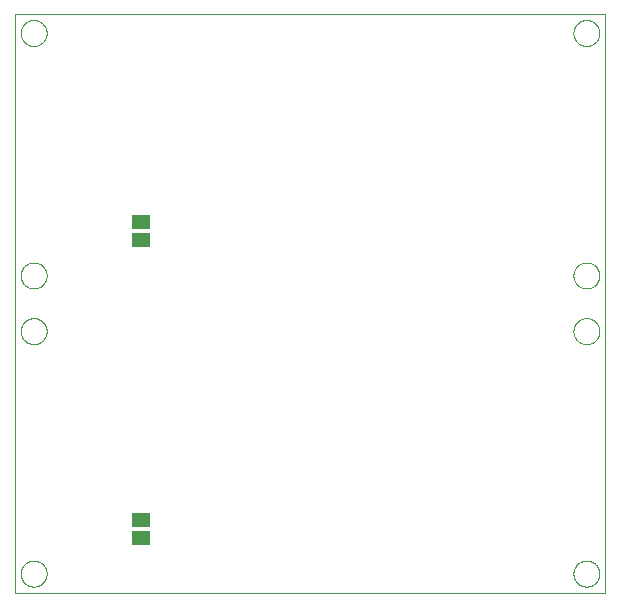
<source format=gtp>
G75*
%MOIN*%
%OFA0B0*%
%FSLAX25Y25*%
%IPPOS*%
%LPD*%
%AMOC8*
5,1,8,0,0,1.08239X$1,22.5*
%
%ADD10C,0.00000*%
%ADD11R,0.06300X0.04600*%
D10*
X0024350Y0035363D02*
X0024350Y0228167D01*
X0221200Y0228167D01*
X0221200Y0035363D01*
X0024350Y0035363D01*
X0026318Y0041663D02*
X0026320Y0041794D01*
X0026326Y0041926D01*
X0026336Y0042057D01*
X0026350Y0042188D01*
X0026368Y0042318D01*
X0026390Y0042447D01*
X0026415Y0042576D01*
X0026445Y0042704D01*
X0026479Y0042831D01*
X0026516Y0042958D01*
X0026557Y0043082D01*
X0026602Y0043206D01*
X0026651Y0043328D01*
X0026703Y0043449D01*
X0026759Y0043567D01*
X0026819Y0043685D01*
X0026882Y0043800D01*
X0026949Y0043913D01*
X0027019Y0044025D01*
X0027092Y0044134D01*
X0027168Y0044240D01*
X0027248Y0044345D01*
X0027331Y0044447D01*
X0027417Y0044546D01*
X0027506Y0044643D01*
X0027598Y0044737D01*
X0027693Y0044828D01*
X0027790Y0044917D01*
X0027890Y0045002D01*
X0027993Y0045084D01*
X0028098Y0045163D01*
X0028205Y0045239D01*
X0028315Y0045311D01*
X0028427Y0045380D01*
X0028541Y0045446D01*
X0028656Y0045508D01*
X0028774Y0045567D01*
X0028893Y0045622D01*
X0029014Y0045674D01*
X0029137Y0045721D01*
X0029261Y0045765D01*
X0029386Y0045806D01*
X0029512Y0045842D01*
X0029640Y0045875D01*
X0029768Y0045903D01*
X0029897Y0045928D01*
X0030027Y0045949D01*
X0030157Y0045966D01*
X0030288Y0045979D01*
X0030419Y0045988D01*
X0030550Y0045993D01*
X0030682Y0045994D01*
X0030813Y0045991D01*
X0030945Y0045984D01*
X0031076Y0045973D01*
X0031206Y0045958D01*
X0031336Y0045939D01*
X0031466Y0045916D01*
X0031594Y0045890D01*
X0031722Y0045859D01*
X0031849Y0045824D01*
X0031975Y0045786D01*
X0032099Y0045744D01*
X0032223Y0045698D01*
X0032344Y0045648D01*
X0032464Y0045595D01*
X0032583Y0045538D01*
X0032700Y0045478D01*
X0032814Y0045414D01*
X0032927Y0045346D01*
X0033038Y0045275D01*
X0033147Y0045201D01*
X0033253Y0045124D01*
X0033357Y0045043D01*
X0033458Y0044960D01*
X0033557Y0044873D01*
X0033653Y0044783D01*
X0033746Y0044690D01*
X0033837Y0044595D01*
X0033924Y0044497D01*
X0034009Y0044396D01*
X0034090Y0044293D01*
X0034168Y0044187D01*
X0034243Y0044079D01*
X0034315Y0043969D01*
X0034383Y0043857D01*
X0034448Y0043743D01*
X0034509Y0043626D01*
X0034567Y0043508D01*
X0034621Y0043388D01*
X0034672Y0043267D01*
X0034719Y0043144D01*
X0034762Y0043020D01*
X0034801Y0042895D01*
X0034837Y0042768D01*
X0034868Y0042640D01*
X0034896Y0042512D01*
X0034920Y0042383D01*
X0034940Y0042253D01*
X0034956Y0042122D01*
X0034968Y0041991D01*
X0034976Y0041860D01*
X0034980Y0041729D01*
X0034980Y0041597D01*
X0034976Y0041466D01*
X0034968Y0041335D01*
X0034956Y0041204D01*
X0034940Y0041073D01*
X0034920Y0040943D01*
X0034896Y0040814D01*
X0034868Y0040686D01*
X0034837Y0040558D01*
X0034801Y0040431D01*
X0034762Y0040306D01*
X0034719Y0040182D01*
X0034672Y0040059D01*
X0034621Y0039938D01*
X0034567Y0039818D01*
X0034509Y0039700D01*
X0034448Y0039583D01*
X0034383Y0039469D01*
X0034315Y0039357D01*
X0034243Y0039247D01*
X0034168Y0039139D01*
X0034090Y0039033D01*
X0034009Y0038930D01*
X0033924Y0038829D01*
X0033837Y0038731D01*
X0033746Y0038636D01*
X0033653Y0038543D01*
X0033557Y0038453D01*
X0033458Y0038366D01*
X0033357Y0038283D01*
X0033253Y0038202D01*
X0033147Y0038125D01*
X0033038Y0038051D01*
X0032927Y0037980D01*
X0032815Y0037912D01*
X0032700Y0037848D01*
X0032583Y0037788D01*
X0032464Y0037731D01*
X0032344Y0037678D01*
X0032223Y0037628D01*
X0032099Y0037582D01*
X0031975Y0037540D01*
X0031849Y0037502D01*
X0031722Y0037467D01*
X0031594Y0037436D01*
X0031466Y0037410D01*
X0031336Y0037387D01*
X0031206Y0037368D01*
X0031076Y0037353D01*
X0030945Y0037342D01*
X0030813Y0037335D01*
X0030682Y0037332D01*
X0030550Y0037333D01*
X0030419Y0037338D01*
X0030288Y0037347D01*
X0030157Y0037360D01*
X0030027Y0037377D01*
X0029897Y0037398D01*
X0029768Y0037423D01*
X0029640Y0037451D01*
X0029512Y0037484D01*
X0029386Y0037520D01*
X0029261Y0037561D01*
X0029137Y0037605D01*
X0029014Y0037652D01*
X0028893Y0037704D01*
X0028774Y0037759D01*
X0028656Y0037818D01*
X0028541Y0037880D01*
X0028427Y0037946D01*
X0028315Y0038015D01*
X0028205Y0038087D01*
X0028098Y0038163D01*
X0027993Y0038242D01*
X0027890Y0038324D01*
X0027790Y0038409D01*
X0027693Y0038498D01*
X0027598Y0038589D01*
X0027506Y0038683D01*
X0027417Y0038780D01*
X0027331Y0038879D01*
X0027248Y0038981D01*
X0027168Y0039086D01*
X0027092Y0039192D01*
X0027019Y0039301D01*
X0026949Y0039413D01*
X0026882Y0039526D01*
X0026819Y0039641D01*
X0026759Y0039759D01*
X0026703Y0039877D01*
X0026651Y0039998D01*
X0026602Y0040120D01*
X0026557Y0040244D01*
X0026516Y0040368D01*
X0026479Y0040495D01*
X0026445Y0040622D01*
X0026415Y0040750D01*
X0026390Y0040879D01*
X0026368Y0041008D01*
X0026350Y0041138D01*
X0026336Y0041269D01*
X0026326Y0041400D01*
X0026320Y0041532D01*
X0026318Y0041663D01*
X0026318Y0122489D02*
X0026320Y0122620D01*
X0026326Y0122752D01*
X0026336Y0122883D01*
X0026350Y0123014D01*
X0026368Y0123144D01*
X0026390Y0123273D01*
X0026415Y0123402D01*
X0026445Y0123530D01*
X0026479Y0123657D01*
X0026516Y0123784D01*
X0026557Y0123908D01*
X0026602Y0124032D01*
X0026651Y0124154D01*
X0026703Y0124275D01*
X0026759Y0124393D01*
X0026819Y0124511D01*
X0026882Y0124626D01*
X0026949Y0124739D01*
X0027019Y0124851D01*
X0027092Y0124960D01*
X0027168Y0125066D01*
X0027248Y0125171D01*
X0027331Y0125273D01*
X0027417Y0125372D01*
X0027506Y0125469D01*
X0027598Y0125563D01*
X0027693Y0125654D01*
X0027790Y0125743D01*
X0027890Y0125828D01*
X0027993Y0125910D01*
X0028098Y0125989D01*
X0028205Y0126065D01*
X0028315Y0126137D01*
X0028427Y0126206D01*
X0028541Y0126272D01*
X0028656Y0126334D01*
X0028774Y0126393D01*
X0028893Y0126448D01*
X0029014Y0126500D01*
X0029137Y0126547D01*
X0029261Y0126591D01*
X0029386Y0126632D01*
X0029512Y0126668D01*
X0029640Y0126701D01*
X0029768Y0126729D01*
X0029897Y0126754D01*
X0030027Y0126775D01*
X0030157Y0126792D01*
X0030288Y0126805D01*
X0030419Y0126814D01*
X0030550Y0126819D01*
X0030682Y0126820D01*
X0030813Y0126817D01*
X0030945Y0126810D01*
X0031076Y0126799D01*
X0031206Y0126784D01*
X0031336Y0126765D01*
X0031466Y0126742D01*
X0031594Y0126716D01*
X0031722Y0126685D01*
X0031849Y0126650D01*
X0031975Y0126612D01*
X0032099Y0126570D01*
X0032223Y0126524D01*
X0032344Y0126474D01*
X0032464Y0126421D01*
X0032583Y0126364D01*
X0032700Y0126304D01*
X0032814Y0126240D01*
X0032927Y0126172D01*
X0033038Y0126101D01*
X0033147Y0126027D01*
X0033253Y0125950D01*
X0033357Y0125869D01*
X0033458Y0125786D01*
X0033557Y0125699D01*
X0033653Y0125609D01*
X0033746Y0125516D01*
X0033837Y0125421D01*
X0033924Y0125323D01*
X0034009Y0125222D01*
X0034090Y0125119D01*
X0034168Y0125013D01*
X0034243Y0124905D01*
X0034315Y0124795D01*
X0034383Y0124683D01*
X0034448Y0124569D01*
X0034509Y0124452D01*
X0034567Y0124334D01*
X0034621Y0124214D01*
X0034672Y0124093D01*
X0034719Y0123970D01*
X0034762Y0123846D01*
X0034801Y0123721D01*
X0034837Y0123594D01*
X0034868Y0123466D01*
X0034896Y0123338D01*
X0034920Y0123209D01*
X0034940Y0123079D01*
X0034956Y0122948D01*
X0034968Y0122817D01*
X0034976Y0122686D01*
X0034980Y0122555D01*
X0034980Y0122423D01*
X0034976Y0122292D01*
X0034968Y0122161D01*
X0034956Y0122030D01*
X0034940Y0121899D01*
X0034920Y0121769D01*
X0034896Y0121640D01*
X0034868Y0121512D01*
X0034837Y0121384D01*
X0034801Y0121257D01*
X0034762Y0121132D01*
X0034719Y0121008D01*
X0034672Y0120885D01*
X0034621Y0120764D01*
X0034567Y0120644D01*
X0034509Y0120526D01*
X0034448Y0120409D01*
X0034383Y0120295D01*
X0034315Y0120183D01*
X0034243Y0120073D01*
X0034168Y0119965D01*
X0034090Y0119859D01*
X0034009Y0119756D01*
X0033924Y0119655D01*
X0033837Y0119557D01*
X0033746Y0119462D01*
X0033653Y0119369D01*
X0033557Y0119279D01*
X0033458Y0119192D01*
X0033357Y0119109D01*
X0033253Y0119028D01*
X0033147Y0118951D01*
X0033038Y0118877D01*
X0032927Y0118806D01*
X0032815Y0118738D01*
X0032700Y0118674D01*
X0032583Y0118614D01*
X0032464Y0118557D01*
X0032344Y0118504D01*
X0032223Y0118454D01*
X0032099Y0118408D01*
X0031975Y0118366D01*
X0031849Y0118328D01*
X0031722Y0118293D01*
X0031594Y0118262D01*
X0031466Y0118236D01*
X0031336Y0118213D01*
X0031206Y0118194D01*
X0031076Y0118179D01*
X0030945Y0118168D01*
X0030813Y0118161D01*
X0030682Y0118158D01*
X0030550Y0118159D01*
X0030419Y0118164D01*
X0030288Y0118173D01*
X0030157Y0118186D01*
X0030027Y0118203D01*
X0029897Y0118224D01*
X0029768Y0118249D01*
X0029640Y0118277D01*
X0029512Y0118310D01*
X0029386Y0118346D01*
X0029261Y0118387D01*
X0029137Y0118431D01*
X0029014Y0118478D01*
X0028893Y0118530D01*
X0028774Y0118585D01*
X0028656Y0118644D01*
X0028541Y0118706D01*
X0028427Y0118772D01*
X0028315Y0118841D01*
X0028205Y0118913D01*
X0028098Y0118989D01*
X0027993Y0119068D01*
X0027890Y0119150D01*
X0027790Y0119235D01*
X0027693Y0119324D01*
X0027598Y0119415D01*
X0027506Y0119509D01*
X0027417Y0119606D01*
X0027331Y0119705D01*
X0027248Y0119807D01*
X0027168Y0119912D01*
X0027092Y0120018D01*
X0027019Y0120127D01*
X0026949Y0120239D01*
X0026882Y0120352D01*
X0026819Y0120467D01*
X0026759Y0120585D01*
X0026703Y0120703D01*
X0026651Y0120824D01*
X0026602Y0120946D01*
X0026557Y0121070D01*
X0026516Y0121194D01*
X0026479Y0121321D01*
X0026445Y0121448D01*
X0026415Y0121576D01*
X0026390Y0121705D01*
X0026368Y0121834D01*
X0026350Y0121964D01*
X0026336Y0122095D01*
X0026326Y0122226D01*
X0026320Y0122358D01*
X0026318Y0122489D01*
X0026318Y0141041D02*
X0026320Y0141172D01*
X0026326Y0141304D01*
X0026336Y0141435D01*
X0026350Y0141566D01*
X0026368Y0141696D01*
X0026390Y0141825D01*
X0026415Y0141954D01*
X0026445Y0142082D01*
X0026479Y0142209D01*
X0026516Y0142336D01*
X0026557Y0142460D01*
X0026602Y0142584D01*
X0026651Y0142706D01*
X0026703Y0142827D01*
X0026759Y0142945D01*
X0026819Y0143063D01*
X0026882Y0143178D01*
X0026949Y0143291D01*
X0027019Y0143403D01*
X0027092Y0143512D01*
X0027168Y0143618D01*
X0027248Y0143723D01*
X0027331Y0143825D01*
X0027417Y0143924D01*
X0027506Y0144021D01*
X0027598Y0144115D01*
X0027693Y0144206D01*
X0027790Y0144295D01*
X0027890Y0144380D01*
X0027993Y0144462D01*
X0028098Y0144541D01*
X0028205Y0144617D01*
X0028315Y0144689D01*
X0028427Y0144758D01*
X0028541Y0144824D01*
X0028656Y0144886D01*
X0028774Y0144945D01*
X0028893Y0145000D01*
X0029014Y0145052D01*
X0029137Y0145099D01*
X0029261Y0145143D01*
X0029386Y0145184D01*
X0029512Y0145220D01*
X0029640Y0145253D01*
X0029768Y0145281D01*
X0029897Y0145306D01*
X0030027Y0145327D01*
X0030157Y0145344D01*
X0030288Y0145357D01*
X0030419Y0145366D01*
X0030550Y0145371D01*
X0030682Y0145372D01*
X0030813Y0145369D01*
X0030945Y0145362D01*
X0031076Y0145351D01*
X0031206Y0145336D01*
X0031336Y0145317D01*
X0031466Y0145294D01*
X0031594Y0145268D01*
X0031722Y0145237D01*
X0031849Y0145202D01*
X0031975Y0145164D01*
X0032099Y0145122D01*
X0032223Y0145076D01*
X0032344Y0145026D01*
X0032464Y0144973D01*
X0032583Y0144916D01*
X0032700Y0144856D01*
X0032814Y0144792D01*
X0032927Y0144724D01*
X0033038Y0144653D01*
X0033147Y0144579D01*
X0033253Y0144502D01*
X0033357Y0144421D01*
X0033458Y0144338D01*
X0033557Y0144251D01*
X0033653Y0144161D01*
X0033746Y0144068D01*
X0033837Y0143973D01*
X0033924Y0143875D01*
X0034009Y0143774D01*
X0034090Y0143671D01*
X0034168Y0143565D01*
X0034243Y0143457D01*
X0034315Y0143347D01*
X0034383Y0143235D01*
X0034448Y0143121D01*
X0034509Y0143004D01*
X0034567Y0142886D01*
X0034621Y0142766D01*
X0034672Y0142645D01*
X0034719Y0142522D01*
X0034762Y0142398D01*
X0034801Y0142273D01*
X0034837Y0142146D01*
X0034868Y0142018D01*
X0034896Y0141890D01*
X0034920Y0141761D01*
X0034940Y0141631D01*
X0034956Y0141500D01*
X0034968Y0141369D01*
X0034976Y0141238D01*
X0034980Y0141107D01*
X0034980Y0140975D01*
X0034976Y0140844D01*
X0034968Y0140713D01*
X0034956Y0140582D01*
X0034940Y0140451D01*
X0034920Y0140321D01*
X0034896Y0140192D01*
X0034868Y0140064D01*
X0034837Y0139936D01*
X0034801Y0139809D01*
X0034762Y0139684D01*
X0034719Y0139560D01*
X0034672Y0139437D01*
X0034621Y0139316D01*
X0034567Y0139196D01*
X0034509Y0139078D01*
X0034448Y0138961D01*
X0034383Y0138847D01*
X0034315Y0138735D01*
X0034243Y0138625D01*
X0034168Y0138517D01*
X0034090Y0138411D01*
X0034009Y0138308D01*
X0033924Y0138207D01*
X0033837Y0138109D01*
X0033746Y0138014D01*
X0033653Y0137921D01*
X0033557Y0137831D01*
X0033458Y0137744D01*
X0033357Y0137661D01*
X0033253Y0137580D01*
X0033147Y0137503D01*
X0033038Y0137429D01*
X0032927Y0137358D01*
X0032815Y0137290D01*
X0032700Y0137226D01*
X0032583Y0137166D01*
X0032464Y0137109D01*
X0032344Y0137056D01*
X0032223Y0137006D01*
X0032099Y0136960D01*
X0031975Y0136918D01*
X0031849Y0136880D01*
X0031722Y0136845D01*
X0031594Y0136814D01*
X0031466Y0136788D01*
X0031336Y0136765D01*
X0031206Y0136746D01*
X0031076Y0136731D01*
X0030945Y0136720D01*
X0030813Y0136713D01*
X0030682Y0136710D01*
X0030550Y0136711D01*
X0030419Y0136716D01*
X0030288Y0136725D01*
X0030157Y0136738D01*
X0030027Y0136755D01*
X0029897Y0136776D01*
X0029768Y0136801D01*
X0029640Y0136829D01*
X0029512Y0136862D01*
X0029386Y0136898D01*
X0029261Y0136939D01*
X0029137Y0136983D01*
X0029014Y0137030D01*
X0028893Y0137082D01*
X0028774Y0137137D01*
X0028656Y0137196D01*
X0028541Y0137258D01*
X0028427Y0137324D01*
X0028315Y0137393D01*
X0028205Y0137465D01*
X0028098Y0137541D01*
X0027993Y0137620D01*
X0027890Y0137702D01*
X0027790Y0137787D01*
X0027693Y0137876D01*
X0027598Y0137967D01*
X0027506Y0138061D01*
X0027417Y0138158D01*
X0027331Y0138257D01*
X0027248Y0138359D01*
X0027168Y0138464D01*
X0027092Y0138570D01*
X0027019Y0138679D01*
X0026949Y0138791D01*
X0026882Y0138904D01*
X0026819Y0139019D01*
X0026759Y0139137D01*
X0026703Y0139255D01*
X0026651Y0139376D01*
X0026602Y0139498D01*
X0026557Y0139622D01*
X0026516Y0139746D01*
X0026479Y0139873D01*
X0026445Y0140000D01*
X0026415Y0140128D01*
X0026390Y0140257D01*
X0026368Y0140386D01*
X0026350Y0140516D01*
X0026336Y0140647D01*
X0026326Y0140778D01*
X0026320Y0140910D01*
X0026318Y0141041D01*
X0026318Y0221867D02*
X0026320Y0221998D01*
X0026326Y0222130D01*
X0026336Y0222261D01*
X0026350Y0222392D01*
X0026368Y0222522D01*
X0026390Y0222651D01*
X0026415Y0222780D01*
X0026445Y0222908D01*
X0026479Y0223035D01*
X0026516Y0223162D01*
X0026557Y0223286D01*
X0026602Y0223410D01*
X0026651Y0223532D01*
X0026703Y0223653D01*
X0026759Y0223771D01*
X0026819Y0223889D01*
X0026882Y0224004D01*
X0026949Y0224117D01*
X0027019Y0224229D01*
X0027092Y0224338D01*
X0027168Y0224444D01*
X0027248Y0224549D01*
X0027331Y0224651D01*
X0027417Y0224750D01*
X0027506Y0224847D01*
X0027598Y0224941D01*
X0027693Y0225032D01*
X0027790Y0225121D01*
X0027890Y0225206D01*
X0027993Y0225288D01*
X0028098Y0225367D01*
X0028205Y0225443D01*
X0028315Y0225515D01*
X0028427Y0225584D01*
X0028541Y0225650D01*
X0028656Y0225712D01*
X0028774Y0225771D01*
X0028893Y0225826D01*
X0029014Y0225878D01*
X0029137Y0225925D01*
X0029261Y0225969D01*
X0029386Y0226010D01*
X0029512Y0226046D01*
X0029640Y0226079D01*
X0029768Y0226107D01*
X0029897Y0226132D01*
X0030027Y0226153D01*
X0030157Y0226170D01*
X0030288Y0226183D01*
X0030419Y0226192D01*
X0030550Y0226197D01*
X0030682Y0226198D01*
X0030813Y0226195D01*
X0030945Y0226188D01*
X0031076Y0226177D01*
X0031206Y0226162D01*
X0031336Y0226143D01*
X0031466Y0226120D01*
X0031594Y0226094D01*
X0031722Y0226063D01*
X0031849Y0226028D01*
X0031975Y0225990D01*
X0032099Y0225948D01*
X0032223Y0225902D01*
X0032344Y0225852D01*
X0032464Y0225799D01*
X0032583Y0225742D01*
X0032700Y0225682D01*
X0032814Y0225618D01*
X0032927Y0225550D01*
X0033038Y0225479D01*
X0033147Y0225405D01*
X0033253Y0225328D01*
X0033357Y0225247D01*
X0033458Y0225164D01*
X0033557Y0225077D01*
X0033653Y0224987D01*
X0033746Y0224894D01*
X0033837Y0224799D01*
X0033924Y0224701D01*
X0034009Y0224600D01*
X0034090Y0224497D01*
X0034168Y0224391D01*
X0034243Y0224283D01*
X0034315Y0224173D01*
X0034383Y0224061D01*
X0034448Y0223947D01*
X0034509Y0223830D01*
X0034567Y0223712D01*
X0034621Y0223592D01*
X0034672Y0223471D01*
X0034719Y0223348D01*
X0034762Y0223224D01*
X0034801Y0223099D01*
X0034837Y0222972D01*
X0034868Y0222844D01*
X0034896Y0222716D01*
X0034920Y0222587D01*
X0034940Y0222457D01*
X0034956Y0222326D01*
X0034968Y0222195D01*
X0034976Y0222064D01*
X0034980Y0221933D01*
X0034980Y0221801D01*
X0034976Y0221670D01*
X0034968Y0221539D01*
X0034956Y0221408D01*
X0034940Y0221277D01*
X0034920Y0221147D01*
X0034896Y0221018D01*
X0034868Y0220890D01*
X0034837Y0220762D01*
X0034801Y0220635D01*
X0034762Y0220510D01*
X0034719Y0220386D01*
X0034672Y0220263D01*
X0034621Y0220142D01*
X0034567Y0220022D01*
X0034509Y0219904D01*
X0034448Y0219787D01*
X0034383Y0219673D01*
X0034315Y0219561D01*
X0034243Y0219451D01*
X0034168Y0219343D01*
X0034090Y0219237D01*
X0034009Y0219134D01*
X0033924Y0219033D01*
X0033837Y0218935D01*
X0033746Y0218840D01*
X0033653Y0218747D01*
X0033557Y0218657D01*
X0033458Y0218570D01*
X0033357Y0218487D01*
X0033253Y0218406D01*
X0033147Y0218329D01*
X0033038Y0218255D01*
X0032927Y0218184D01*
X0032815Y0218116D01*
X0032700Y0218052D01*
X0032583Y0217992D01*
X0032464Y0217935D01*
X0032344Y0217882D01*
X0032223Y0217832D01*
X0032099Y0217786D01*
X0031975Y0217744D01*
X0031849Y0217706D01*
X0031722Y0217671D01*
X0031594Y0217640D01*
X0031466Y0217614D01*
X0031336Y0217591D01*
X0031206Y0217572D01*
X0031076Y0217557D01*
X0030945Y0217546D01*
X0030813Y0217539D01*
X0030682Y0217536D01*
X0030550Y0217537D01*
X0030419Y0217542D01*
X0030288Y0217551D01*
X0030157Y0217564D01*
X0030027Y0217581D01*
X0029897Y0217602D01*
X0029768Y0217627D01*
X0029640Y0217655D01*
X0029512Y0217688D01*
X0029386Y0217724D01*
X0029261Y0217765D01*
X0029137Y0217809D01*
X0029014Y0217856D01*
X0028893Y0217908D01*
X0028774Y0217963D01*
X0028656Y0218022D01*
X0028541Y0218084D01*
X0028427Y0218150D01*
X0028315Y0218219D01*
X0028205Y0218291D01*
X0028098Y0218367D01*
X0027993Y0218446D01*
X0027890Y0218528D01*
X0027790Y0218613D01*
X0027693Y0218702D01*
X0027598Y0218793D01*
X0027506Y0218887D01*
X0027417Y0218984D01*
X0027331Y0219083D01*
X0027248Y0219185D01*
X0027168Y0219290D01*
X0027092Y0219396D01*
X0027019Y0219505D01*
X0026949Y0219617D01*
X0026882Y0219730D01*
X0026819Y0219845D01*
X0026759Y0219963D01*
X0026703Y0220081D01*
X0026651Y0220202D01*
X0026602Y0220324D01*
X0026557Y0220448D01*
X0026516Y0220572D01*
X0026479Y0220699D01*
X0026445Y0220826D01*
X0026415Y0220954D01*
X0026390Y0221083D01*
X0026368Y0221212D01*
X0026350Y0221342D01*
X0026336Y0221473D01*
X0026326Y0221604D01*
X0026320Y0221736D01*
X0026318Y0221867D01*
X0210570Y0221867D02*
X0210572Y0221998D01*
X0210578Y0222130D01*
X0210588Y0222261D01*
X0210602Y0222392D01*
X0210620Y0222522D01*
X0210642Y0222651D01*
X0210667Y0222780D01*
X0210697Y0222908D01*
X0210731Y0223035D01*
X0210768Y0223162D01*
X0210809Y0223286D01*
X0210854Y0223410D01*
X0210903Y0223532D01*
X0210955Y0223653D01*
X0211011Y0223771D01*
X0211071Y0223889D01*
X0211134Y0224004D01*
X0211201Y0224117D01*
X0211271Y0224229D01*
X0211344Y0224338D01*
X0211420Y0224444D01*
X0211500Y0224549D01*
X0211583Y0224651D01*
X0211669Y0224750D01*
X0211758Y0224847D01*
X0211850Y0224941D01*
X0211945Y0225032D01*
X0212042Y0225121D01*
X0212142Y0225206D01*
X0212245Y0225288D01*
X0212350Y0225367D01*
X0212457Y0225443D01*
X0212567Y0225515D01*
X0212679Y0225584D01*
X0212793Y0225650D01*
X0212908Y0225712D01*
X0213026Y0225771D01*
X0213145Y0225826D01*
X0213266Y0225878D01*
X0213389Y0225925D01*
X0213513Y0225969D01*
X0213638Y0226010D01*
X0213764Y0226046D01*
X0213892Y0226079D01*
X0214020Y0226107D01*
X0214149Y0226132D01*
X0214279Y0226153D01*
X0214409Y0226170D01*
X0214540Y0226183D01*
X0214671Y0226192D01*
X0214802Y0226197D01*
X0214934Y0226198D01*
X0215065Y0226195D01*
X0215197Y0226188D01*
X0215328Y0226177D01*
X0215458Y0226162D01*
X0215588Y0226143D01*
X0215718Y0226120D01*
X0215846Y0226094D01*
X0215974Y0226063D01*
X0216101Y0226028D01*
X0216227Y0225990D01*
X0216351Y0225948D01*
X0216475Y0225902D01*
X0216596Y0225852D01*
X0216716Y0225799D01*
X0216835Y0225742D01*
X0216952Y0225682D01*
X0217066Y0225618D01*
X0217179Y0225550D01*
X0217290Y0225479D01*
X0217399Y0225405D01*
X0217505Y0225328D01*
X0217609Y0225247D01*
X0217710Y0225164D01*
X0217809Y0225077D01*
X0217905Y0224987D01*
X0217998Y0224894D01*
X0218089Y0224799D01*
X0218176Y0224701D01*
X0218261Y0224600D01*
X0218342Y0224497D01*
X0218420Y0224391D01*
X0218495Y0224283D01*
X0218567Y0224173D01*
X0218635Y0224061D01*
X0218700Y0223947D01*
X0218761Y0223830D01*
X0218819Y0223712D01*
X0218873Y0223592D01*
X0218924Y0223471D01*
X0218971Y0223348D01*
X0219014Y0223224D01*
X0219053Y0223099D01*
X0219089Y0222972D01*
X0219120Y0222844D01*
X0219148Y0222716D01*
X0219172Y0222587D01*
X0219192Y0222457D01*
X0219208Y0222326D01*
X0219220Y0222195D01*
X0219228Y0222064D01*
X0219232Y0221933D01*
X0219232Y0221801D01*
X0219228Y0221670D01*
X0219220Y0221539D01*
X0219208Y0221408D01*
X0219192Y0221277D01*
X0219172Y0221147D01*
X0219148Y0221018D01*
X0219120Y0220890D01*
X0219089Y0220762D01*
X0219053Y0220635D01*
X0219014Y0220510D01*
X0218971Y0220386D01*
X0218924Y0220263D01*
X0218873Y0220142D01*
X0218819Y0220022D01*
X0218761Y0219904D01*
X0218700Y0219787D01*
X0218635Y0219673D01*
X0218567Y0219561D01*
X0218495Y0219451D01*
X0218420Y0219343D01*
X0218342Y0219237D01*
X0218261Y0219134D01*
X0218176Y0219033D01*
X0218089Y0218935D01*
X0217998Y0218840D01*
X0217905Y0218747D01*
X0217809Y0218657D01*
X0217710Y0218570D01*
X0217609Y0218487D01*
X0217505Y0218406D01*
X0217399Y0218329D01*
X0217290Y0218255D01*
X0217179Y0218184D01*
X0217067Y0218116D01*
X0216952Y0218052D01*
X0216835Y0217992D01*
X0216716Y0217935D01*
X0216596Y0217882D01*
X0216475Y0217832D01*
X0216351Y0217786D01*
X0216227Y0217744D01*
X0216101Y0217706D01*
X0215974Y0217671D01*
X0215846Y0217640D01*
X0215718Y0217614D01*
X0215588Y0217591D01*
X0215458Y0217572D01*
X0215328Y0217557D01*
X0215197Y0217546D01*
X0215065Y0217539D01*
X0214934Y0217536D01*
X0214802Y0217537D01*
X0214671Y0217542D01*
X0214540Y0217551D01*
X0214409Y0217564D01*
X0214279Y0217581D01*
X0214149Y0217602D01*
X0214020Y0217627D01*
X0213892Y0217655D01*
X0213764Y0217688D01*
X0213638Y0217724D01*
X0213513Y0217765D01*
X0213389Y0217809D01*
X0213266Y0217856D01*
X0213145Y0217908D01*
X0213026Y0217963D01*
X0212908Y0218022D01*
X0212793Y0218084D01*
X0212679Y0218150D01*
X0212567Y0218219D01*
X0212457Y0218291D01*
X0212350Y0218367D01*
X0212245Y0218446D01*
X0212142Y0218528D01*
X0212042Y0218613D01*
X0211945Y0218702D01*
X0211850Y0218793D01*
X0211758Y0218887D01*
X0211669Y0218984D01*
X0211583Y0219083D01*
X0211500Y0219185D01*
X0211420Y0219290D01*
X0211344Y0219396D01*
X0211271Y0219505D01*
X0211201Y0219617D01*
X0211134Y0219730D01*
X0211071Y0219845D01*
X0211011Y0219963D01*
X0210955Y0220081D01*
X0210903Y0220202D01*
X0210854Y0220324D01*
X0210809Y0220448D01*
X0210768Y0220572D01*
X0210731Y0220699D01*
X0210697Y0220826D01*
X0210667Y0220954D01*
X0210642Y0221083D01*
X0210620Y0221212D01*
X0210602Y0221342D01*
X0210588Y0221473D01*
X0210578Y0221604D01*
X0210572Y0221736D01*
X0210570Y0221867D01*
X0210570Y0141041D02*
X0210572Y0141172D01*
X0210578Y0141304D01*
X0210588Y0141435D01*
X0210602Y0141566D01*
X0210620Y0141696D01*
X0210642Y0141825D01*
X0210667Y0141954D01*
X0210697Y0142082D01*
X0210731Y0142209D01*
X0210768Y0142336D01*
X0210809Y0142460D01*
X0210854Y0142584D01*
X0210903Y0142706D01*
X0210955Y0142827D01*
X0211011Y0142945D01*
X0211071Y0143063D01*
X0211134Y0143178D01*
X0211201Y0143291D01*
X0211271Y0143403D01*
X0211344Y0143512D01*
X0211420Y0143618D01*
X0211500Y0143723D01*
X0211583Y0143825D01*
X0211669Y0143924D01*
X0211758Y0144021D01*
X0211850Y0144115D01*
X0211945Y0144206D01*
X0212042Y0144295D01*
X0212142Y0144380D01*
X0212245Y0144462D01*
X0212350Y0144541D01*
X0212457Y0144617D01*
X0212567Y0144689D01*
X0212679Y0144758D01*
X0212793Y0144824D01*
X0212908Y0144886D01*
X0213026Y0144945D01*
X0213145Y0145000D01*
X0213266Y0145052D01*
X0213389Y0145099D01*
X0213513Y0145143D01*
X0213638Y0145184D01*
X0213764Y0145220D01*
X0213892Y0145253D01*
X0214020Y0145281D01*
X0214149Y0145306D01*
X0214279Y0145327D01*
X0214409Y0145344D01*
X0214540Y0145357D01*
X0214671Y0145366D01*
X0214802Y0145371D01*
X0214934Y0145372D01*
X0215065Y0145369D01*
X0215197Y0145362D01*
X0215328Y0145351D01*
X0215458Y0145336D01*
X0215588Y0145317D01*
X0215718Y0145294D01*
X0215846Y0145268D01*
X0215974Y0145237D01*
X0216101Y0145202D01*
X0216227Y0145164D01*
X0216351Y0145122D01*
X0216475Y0145076D01*
X0216596Y0145026D01*
X0216716Y0144973D01*
X0216835Y0144916D01*
X0216952Y0144856D01*
X0217066Y0144792D01*
X0217179Y0144724D01*
X0217290Y0144653D01*
X0217399Y0144579D01*
X0217505Y0144502D01*
X0217609Y0144421D01*
X0217710Y0144338D01*
X0217809Y0144251D01*
X0217905Y0144161D01*
X0217998Y0144068D01*
X0218089Y0143973D01*
X0218176Y0143875D01*
X0218261Y0143774D01*
X0218342Y0143671D01*
X0218420Y0143565D01*
X0218495Y0143457D01*
X0218567Y0143347D01*
X0218635Y0143235D01*
X0218700Y0143121D01*
X0218761Y0143004D01*
X0218819Y0142886D01*
X0218873Y0142766D01*
X0218924Y0142645D01*
X0218971Y0142522D01*
X0219014Y0142398D01*
X0219053Y0142273D01*
X0219089Y0142146D01*
X0219120Y0142018D01*
X0219148Y0141890D01*
X0219172Y0141761D01*
X0219192Y0141631D01*
X0219208Y0141500D01*
X0219220Y0141369D01*
X0219228Y0141238D01*
X0219232Y0141107D01*
X0219232Y0140975D01*
X0219228Y0140844D01*
X0219220Y0140713D01*
X0219208Y0140582D01*
X0219192Y0140451D01*
X0219172Y0140321D01*
X0219148Y0140192D01*
X0219120Y0140064D01*
X0219089Y0139936D01*
X0219053Y0139809D01*
X0219014Y0139684D01*
X0218971Y0139560D01*
X0218924Y0139437D01*
X0218873Y0139316D01*
X0218819Y0139196D01*
X0218761Y0139078D01*
X0218700Y0138961D01*
X0218635Y0138847D01*
X0218567Y0138735D01*
X0218495Y0138625D01*
X0218420Y0138517D01*
X0218342Y0138411D01*
X0218261Y0138308D01*
X0218176Y0138207D01*
X0218089Y0138109D01*
X0217998Y0138014D01*
X0217905Y0137921D01*
X0217809Y0137831D01*
X0217710Y0137744D01*
X0217609Y0137661D01*
X0217505Y0137580D01*
X0217399Y0137503D01*
X0217290Y0137429D01*
X0217179Y0137358D01*
X0217067Y0137290D01*
X0216952Y0137226D01*
X0216835Y0137166D01*
X0216716Y0137109D01*
X0216596Y0137056D01*
X0216475Y0137006D01*
X0216351Y0136960D01*
X0216227Y0136918D01*
X0216101Y0136880D01*
X0215974Y0136845D01*
X0215846Y0136814D01*
X0215718Y0136788D01*
X0215588Y0136765D01*
X0215458Y0136746D01*
X0215328Y0136731D01*
X0215197Y0136720D01*
X0215065Y0136713D01*
X0214934Y0136710D01*
X0214802Y0136711D01*
X0214671Y0136716D01*
X0214540Y0136725D01*
X0214409Y0136738D01*
X0214279Y0136755D01*
X0214149Y0136776D01*
X0214020Y0136801D01*
X0213892Y0136829D01*
X0213764Y0136862D01*
X0213638Y0136898D01*
X0213513Y0136939D01*
X0213389Y0136983D01*
X0213266Y0137030D01*
X0213145Y0137082D01*
X0213026Y0137137D01*
X0212908Y0137196D01*
X0212793Y0137258D01*
X0212679Y0137324D01*
X0212567Y0137393D01*
X0212457Y0137465D01*
X0212350Y0137541D01*
X0212245Y0137620D01*
X0212142Y0137702D01*
X0212042Y0137787D01*
X0211945Y0137876D01*
X0211850Y0137967D01*
X0211758Y0138061D01*
X0211669Y0138158D01*
X0211583Y0138257D01*
X0211500Y0138359D01*
X0211420Y0138464D01*
X0211344Y0138570D01*
X0211271Y0138679D01*
X0211201Y0138791D01*
X0211134Y0138904D01*
X0211071Y0139019D01*
X0211011Y0139137D01*
X0210955Y0139255D01*
X0210903Y0139376D01*
X0210854Y0139498D01*
X0210809Y0139622D01*
X0210768Y0139746D01*
X0210731Y0139873D01*
X0210697Y0140000D01*
X0210667Y0140128D01*
X0210642Y0140257D01*
X0210620Y0140386D01*
X0210602Y0140516D01*
X0210588Y0140647D01*
X0210578Y0140778D01*
X0210572Y0140910D01*
X0210570Y0141041D01*
X0210570Y0122489D02*
X0210572Y0122620D01*
X0210578Y0122752D01*
X0210588Y0122883D01*
X0210602Y0123014D01*
X0210620Y0123144D01*
X0210642Y0123273D01*
X0210667Y0123402D01*
X0210697Y0123530D01*
X0210731Y0123657D01*
X0210768Y0123784D01*
X0210809Y0123908D01*
X0210854Y0124032D01*
X0210903Y0124154D01*
X0210955Y0124275D01*
X0211011Y0124393D01*
X0211071Y0124511D01*
X0211134Y0124626D01*
X0211201Y0124739D01*
X0211271Y0124851D01*
X0211344Y0124960D01*
X0211420Y0125066D01*
X0211500Y0125171D01*
X0211583Y0125273D01*
X0211669Y0125372D01*
X0211758Y0125469D01*
X0211850Y0125563D01*
X0211945Y0125654D01*
X0212042Y0125743D01*
X0212142Y0125828D01*
X0212245Y0125910D01*
X0212350Y0125989D01*
X0212457Y0126065D01*
X0212567Y0126137D01*
X0212679Y0126206D01*
X0212793Y0126272D01*
X0212908Y0126334D01*
X0213026Y0126393D01*
X0213145Y0126448D01*
X0213266Y0126500D01*
X0213389Y0126547D01*
X0213513Y0126591D01*
X0213638Y0126632D01*
X0213764Y0126668D01*
X0213892Y0126701D01*
X0214020Y0126729D01*
X0214149Y0126754D01*
X0214279Y0126775D01*
X0214409Y0126792D01*
X0214540Y0126805D01*
X0214671Y0126814D01*
X0214802Y0126819D01*
X0214934Y0126820D01*
X0215065Y0126817D01*
X0215197Y0126810D01*
X0215328Y0126799D01*
X0215458Y0126784D01*
X0215588Y0126765D01*
X0215718Y0126742D01*
X0215846Y0126716D01*
X0215974Y0126685D01*
X0216101Y0126650D01*
X0216227Y0126612D01*
X0216351Y0126570D01*
X0216475Y0126524D01*
X0216596Y0126474D01*
X0216716Y0126421D01*
X0216835Y0126364D01*
X0216952Y0126304D01*
X0217066Y0126240D01*
X0217179Y0126172D01*
X0217290Y0126101D01*
X0217399Y0126027D01*
X0217505Y0125950D01*
X0217609Y0125869D01*
X0217710Y0125786D01*
X0217809Y0125699D01*
X0217905Y0125609D01*
X0217998Y0125516D01*
X0218089Y0125421D01*
X0218176Y0125323D01*
X0218261Y0125222D01*
X0218342Y0125119D01*
X0218420Y0125013D01*
X0218495Y0124905D01*
X0218567Y0124795D01*
X0218635Y0124683D01*
X0218700Y0124569D01*
X0218761Y0124452D01*
X0218819Y0124334D01*
X0218873Y0124214D01*
X0218924Y0124093D01*
X0218971Y0123970D01*
X0219014Y0123846D01*
X0219053Y0123721D01*
X0219089Y0123594D01*
X0219120Y0123466D01*
X0219148Y0123338D01*
X0219172Y0123209D01*
X0219192Y0123079D01*
X0219208Y0122948D01*
X0219220Y0122817D01*
X0219228Y0122686D01*
X0219232Y0122555D01*
X0219232Y0122423D01*
X0219228Y0122292D01*
X0219220Y0122161D01*
X0219208Y0122030D01*
X0219192Y0121899D01*
X0219172Y0121769D01*
X0219148Y0121640D01*
X0219120Y0121512D01*
X0219089Y0121384D01*
X0219053Y0121257D01*
X0219014Y0121132D01*
X0218971Y0121008D01*
X0218924Y0120885D01*
X0218873Y0120764D01*
X0218819Y0120644D01*
X0218761Y0120526D01*
X0218700Y0120409D01*
X0218635Y0120295D01*
X0218567Y0120183D01*
X0218495Y0120073D01*
X0218420Y0119965D01*
X0218342Y0119859D01*
X0218261Y0119756D01*
X0218176Y0119655D01*
X0218089Y0119557D01*
X0217998Y0119462D01*
X0217905Y0119369D01*
X0217809Y0119279D01*
X0217710Y0119192D01*
X0217609Y0119109D01*
X0217505Y0119028D01*
X0217399Y0118951D01*
X0217290Y0118877D01*
X0217179Y0118806D01*
X0217067Y0118738D01*
X0216952Y0118674D01*
X0216835Y0118614D01*
X0216716Y0118557D01*
X0216596Y0118504D01*
X0216475Y0118454D01*
X0216351Y0118408D01*
X0216227Y0118366D01*
X0216101Y0118328D01*
X0215974Y0118293D01*
X0215846Y0118262D01*
X0215718Y0118236D01*
X0215588Y0118213D01*
X0215458Y0118194D01*
X0215328Y0118179D01*
X0215197Y0118168D01*
X0215065Y0118161D01*
X0214934Y0118158D01*
X0214802Y0118159D01*
X0214671Y0118164D01*
X0214540Y0118173D01*
X0214409Y0118186D01*
X0214279Y0118203D01*
X0214149Y0118224D01*
X0214020Y0118249D01*
X0213892Y0118277D01*
X0213764Y0118310D01*
X0213638Y0118346D01*
X0213513Y0118387D01*
X0213389Y0118431D01*
X0213266Y0118478D01*
X0213145Y0118530D01*
X0213026Y0118585D01*
X0212908Y0118644D01*
X0212793Y0118706D01*
X0212679Y0118772D01*
X0212567Y0118841D01*
X0212457Y0118913D01*
X0212350Y0118989D01*
X0212245Y0119068D01*
X0212142Y0119150D01*
X0212042Y0119235D01*
X0211945Y0119324D01*
X0211850Y0119415D01*
X0211758Y0119509D01*
X0211669Y0119606D01*
X0211583Y0119705D01*
X0211500Y0119807D01*
X0211420Y0119912D01*
X0211344Y0120018D01*
X0211271Y0120127D01*
X0211201Y0120239D01*
X0211134Y0120352D01*
X0211071Y0120467D01*
X0211011Y0120585D01*
X0210955Y0120703D01*
X0210903Y0120824D01*
X0210854Y0120946D01*
X0210809Y0121070D01*
X0210768Y0121194D01*
X0210731Y0121321D01*
X0210697Y0121448D01*
X0210667Y0121576D01*
X0210642Y0121705D01*
X0210620Y0121834D01*
X0210602Y0121964D01*
X0210588Y0122095D01*
X0210578Y0122226D01*
X0210572Y0122358D01*
X0210570Y0122489D01*
X0210570Y0041663D02*
X0210572Y0041794D01*
X0210578Y0041926D01*
X0210588Y0042057D01*
X0210602Y0042188D01*
X0210620Y0042318D01*
X0210642Y0042447D01*
X0210667Y0042576D01*
X0210697Y0042704D01*
X0210731Y0042831D01*
X0210768Y0042958D01*
X0210809Y0043082D01*
X0210854Y0043206D01*
X0210903Y0043328D01*
X0210955Y0043449D01*
X0211011Y0043567D01*
X0211071Y0043685D01*
X0211134Y0043800D01*
X0211201Y0043913D01*
X0211271Y0044025D01*
X0211344Y0044134D01*
X0211420Y0044240D01*
X0211500Y0044345D01*
X0211583Y0044447D01*
X0211669Y0044546D01*
X0211758Y0044643D01*
X0211850Y0044737D01*
X0211945Y0044828D01*
X0212042Y0044917D01*
X0212142Y0045002D01*
X0212245Y0045084D01*
X0212350Y0045163D01*
X0212457Y0045239D01*
X0212567Y0045311D01*
X0212679Y0045380D01*
X0212793Y0045446D01*
X0212908Y0045508D01*
X0213026Y0045567D01*
X0213145Y0045622D01*
X0213266Y0045674D01*
X0213389Y0045721D01*
X0213513Y0045765D01*
X0213638Y0045806D01*
X0213764Y0045842D01*
X0213892Y0045875D01*
X0214020Y0045903D01*
X0214149Y0045928D01*
X0214279Y0045949D01*
X0214409Y0045966D01*
X0214540Y0045979D01*
X0214671Y0045988D01*
X0214802Y0045993D01*
X0214934Y0045994D01*
X0215065Y0045991D01*
X0215197Y0045984D01*
X0215328Y0045973D01*
X0215458Y0045958D01*
X0215588Y0045939D01*
X0215718Y0045916D01*
X0215846Y0045890D01*
X0215974Y0045859D01*
X0216101Y0045824D01*
X0216227Y0045786D01*
X0216351Y0045744D01*
X0216475Y0045698D01*
X0216596Y0045648D01*
X0216716Y0045595D01*
X0216835Y0045538D01*
X0216952Y0045478D01*
X0217066Y0045414D01*
X0217179Y0045346D01*
X0217290Y0045275D01*
X0217399Y0045201D01*
X0217505Y0045124D01*
X0217609Y0045043D01*
X0217710Y0044960D01*
X0217809Y0044873D01*
X0217905Y0044783D01*
X0217998Y0044690D01*
X0218089Y0044595D01*
X0218176Y0044497D01*
X0218261Y0044396D01*
X0218342Y0044293D01*
X0218420Y0044187D01*
X0218495Y0044079D01*
X0218567Y0043969D01*
X0218635Y0043857D01*
X0218700Y0043743D01*
X0218761Y0043626D01*
X0218819Y0043508D01*
X0218873Y0043388D01*
X0218924Y0043267D01*
X0218971Y0043144D01*
X0219014Y0043020D01*
X0219053Y0042895D01*
X0219089Y0042768D01*
X0219120Y0042640D01*
X0219148Y0042512D01*
X0219172Y0042383D01*
X0219192Y0042253D01*
X0219208Y0042122D01*
X0219220Y0041991D01*
X0219228Y0041860D01*
X0219232Y0041729D01*
X0219232Y0041597D01*
X0219228Y0041466D01*
X0219220Y0041335D01*
X0219208Y0041204D01*
X0219192Y0041073D01*
X0219172Y0040943D01*
X0219148Y0040814D01*
X0219120Y0040686D01*
X0219089Y0040558D01*
X0219053Y0040431D01*
X0219014Y0040306D01*
X0218971Y0040182D01*
X0218924Y0040059D01*
X0218873Y0039938D01*
X0218819Y0039818D01*
X0218761Y0039700D01*
X0218700Y0039583D01*
X0218635Y0039469D01*
X0218567Y0039357D01*
X0218495Y0039247D01*
X0218420Y0039139D01*
X0218342Y0039033D01*
X0218261Y0038930D01*
X0218176Y0038829D01*
X0218089Y0038731D01*
X0217998Y0038636D01*
X0217905Y0038543D01*
X0217809Y0038453D01*
X0217710Y0038366D01*
X0217609Y0038283D01*
X0217505Y0038202D01*
X0217399Y0038125D01*
X0217290Y0038051D01*
X0217179Y0037980D01*
X0217067Y0037912D01*
X0216952Y0037848D01*
X0216835Y0037788D01*
X0216716Y0037731D01*
X0216596Y0037678D01*
X0216475Y0037628D01*
X0216351Y0037582D01*
X0216227Y0037540D01*
X0216101Y0037502D01*
X0215974Y0037467D01*
X0215846Y0037436D01*
X0215718Y0037410D01*
X0215588Y0037387D01*
X0215458Y0037368D01*
X0215328Y0037353D01*
X0215197Y0037342D01*
X0215065Y0037335D01*
X0214934Y0037332D01*
X0214802Y0037333D01*
X0214671Y0037338D01*
X0214540Y0037347D01*
X0214409Y0037360D01*
X0214279Y0037377D01*
X0214149Y0037398D01*
X0214020Y0037423D01*
X0213892Y0037451D01*
X0213764Y0037484D01*
X0213638Y0037520D01*
X0213513Y0037561D01*
X0213389Y0037605D01*
X0213266Y0037652D01*
X0213145Y0037704D01*
X0213026Y0037759D01*
X0212908Y0037818D01*
X0212793Y0037880D01*
X0212679Y0037946D01*
X0212567Y0038015D01*
X0212457Y0038087D01*
X0212350Y0038163D01*
X0212245Y0038242D01*
X0212142Y0038324D01*
X0212042Y0038409D01*
X0211945Y0038498D01*
X0211850Y0038589D01*
X0211758Y0038683D01*
X0211669Y0038780D01*
X0211583Y0038879D01*
X0211500Y0038981D01*
X0211420Y0039086D01*
X0211344Y0039192D01*
X0211271Y0039301D01*
X0211201Y0039413D01*
X0211134Y0039526D01*
X0211071Y0039641D01*
X0211011Y0039759D01*
X0210955Y0039877D01*
X0210903Y0039998D01*
X0210854Y0040120D01*
X0210809Y0040244D01*
X0210768Y0040368D01*
X0210731Y0040495D01*
X0210697Y0040622D01*
X0210667Y0040750D01*
X0210642Y0040879D01*
X0210620Y0041008D01*
X0210602Y0041138D01*
X0210588Y0041269D01*
X0210578Y0041400D01*
X0210572Y0041532D01*
X0210570Y0041663D01*
D11*
X0066450Y0053563D03*
X0066450Y0059563D03*
X0066450Y0152941D03*
X0066450Y0158941D03*
M02*

</source>
